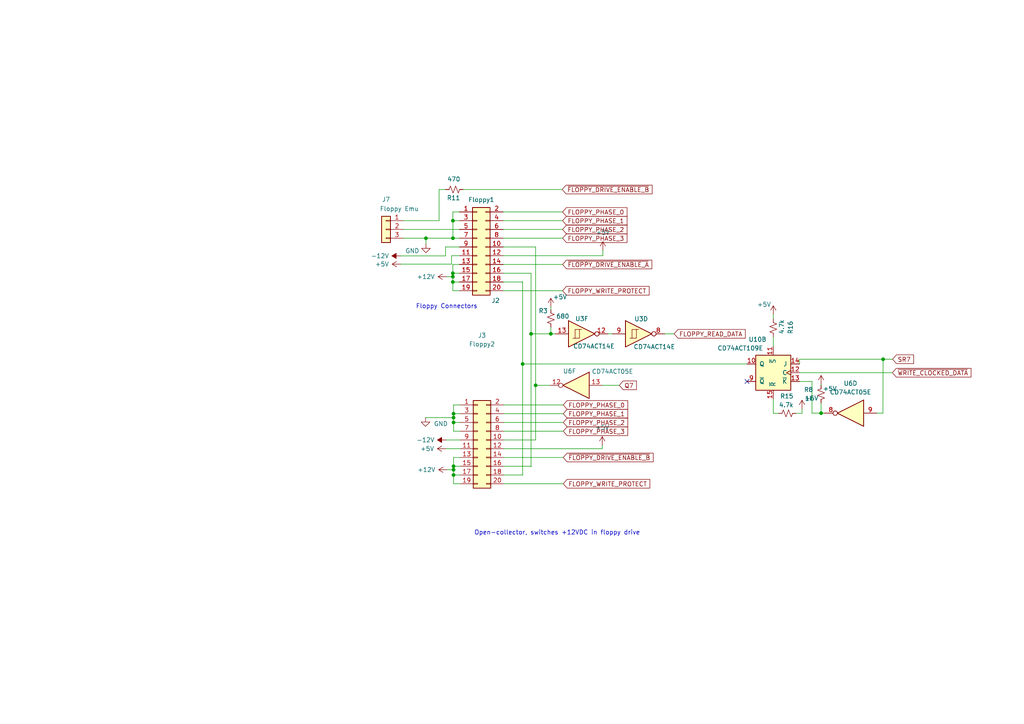
<source format=kicad_sch>
(kicad_sch (version 20230121) (generator eeschema)
  (paper "A4")
  (title_block (title "MicroSci Floppy Controller (floppy drive connectors)") (date "2023-08-25") (rev "0.3") (company "RyuCats"))
  (lib_symbols
    (symbol "74xx:74LS05" (pin_names (offset 1.016))
      (property "Reference" "U" (at 0 1.27 0))
      (property "Value" "74LS05" (at 0 -1.27 0))
      (symbol "74LS05_1_0"
        (polyline (pts (xy -3.81 3.81) (xy -3.81 -3.81) (xy 3.81 0) (xy -3.81 3.81)) (stroke (width 0.254)) (fill (type background)))
        (pin input line (at -7.62 0 0) (length 3.81) (name "~") (number "1"))
        (pin open_collector inverted (at 7.62 0 180) (length 3.81) (name "~") (number "2"))
      )
      (symbol "74LS05_2_0"
        (polyline (pts (xy -3.81 3.81) (xy -3.81 -3.81) (xy 3.81 0) (xy -3.81 3.81)) (stroke (width 0.254)) (fill (type background)))
        (pin input line (at -7.62 0 0) (length 3.81) (name "~") (number "3"))
        (pin open_collector inverted (at 7.62 0 180) (length 3.81) (name "~") (number "4"))
      )
      (symbol "74LS05_3_0"
        (polyline (pts (xy -3.81 3.81) (xy -3.81 -3.81) (xy 3.81 0) (xy -3.81 3.81)) (stroke (width 0.254)) (fill (type background)))
        (pin input line (at -7.62 0 0) (length 3.81) (name "~") (number "5"))
        (pin open_collector inverted (at 7.62 0 180) (length 3.81) (name "~") (number "6"))
      )
      (symbol "74LS05_4_0"
        (polyline (pts (xy -3.81 3.81) (xy -3.81 -3.81) (xy 3.81 0) (xy -3.81 3.81)) (stroke (width 0.254)) (fill (type background)))
        (pin open_collector inverted (at 7.62 0 180) (length 3.81) (name "~") (number "8"))
        (pin input line (at -7.62 0 0) (length 3.81) (name "~") (number "9"))
      )
      (symbol "74LS05_5_0"
        (polyline (pts (xy -3.81 3.81) (xy -3.81 -3.81) (xy 3.81 0) (xy -3.81 3.81)) (stroke (width 0.254)) (fill (type background)))
        (pin open_collector inverted (at 7.62 0 180) (length 3.81) (name "~") (number "10"))
        (pin input line (at -7.62 0 0) (length 3.81) (name "~") (number "11"))
      )
      (symbol "74LS05_6_0"
        (polyline (pts (xy -3.81 3.81) (xy -3.81 -3.81) (xy 3.81 0) (xy -3.81 3.81)) (stroke (width 0.254)) (fill (type background)))
        (pin open_collector inverted (at 7.62 0 180) (length 3.81) (name "~") (number "12"))
        (pin input line (at -7.62 0 0) (length 3.81) (name "~") (number "13"))
      )
      (symbol "74LS05_7_0"
        (pin power_in line (at 0 12.7 270) (length 5.08) (name "VCC") (number "14"))
        (pin power_in line (at 0 -12.7 90) (length 5.08) (name "GND") (number "7"))
      )
      (symbol "74LS05_7_1"
        (rectangle (start -5.08 7.62) (end 5.08 -7.62) (stroke (width 0.254)) (fill (type background)))
      )
    )
    (symbol "74xx:74LS109" (pin_names (offset 1.016))
      (property "Reference" "U" (at -7.62 8.89 0))
      (property "Value" "74LS109" (at -7.62 -8.89 0))
      (symbol "74LS109_1_0"
        (pin input line (at 0 -7.62 90) (length 2.54) (name "~{R}") (number "1"))
        (pin input line (at -7.62 2.54 0) (length 2.54) (name "J") (number "2"))
        (pin input line (at -7.62 -2.54 0) (length 2.54) (name "~{K}") (number "3"))
        (pin input clock (at -7.62 0 0) (length 2.54) (name "C") (number "4"))
        (pin input line (at 0 7.62 270) (length 2.54) (name "~{S}") (number "5"))
        (pin output line (at 7.62 2.54 180) (length 2.54) (name "Q") (number "6"))
        (pin output line (at 7.62 -2.54 180) (length 2.54) (name "~{Q}") (number "7"))
      )
      (symbol "74LS109_1_1"
        (rectangle (start -5.08 5.08) (end 5.08 -5.08) (stroke (width 0.254)) (fill (type background)))
      )
      (symbol "74LS109_2_0"
        (pin output line (at 7.62 2.54 180) (length 2.54) (name "Q") (number "10"))
        (pin input line (at 0 7.62 270) (length 2.54) (name "~{S}") (number "11"))
        (pin input clock (at -7.62 0 0) (length 2.54) (name "C") (number "12"))
        (pin input line (at -7.62 -2.54 0) (length 2.54) (name "~{K}") (number "13"))
        (pin input line (at -7.62 2.54 0) (length 2.54) (name "J") (number "14"))
        (pin input line (at 0 -7.62 90) (length 2.54) (name "~{R}") (number "15"))
        (pin output line (at 7.62 -2.54 180) (length 2.54) (name "~{Q}") (number "9"))
      )
      (symbol "74LS109_2_1"
        (rectangle (start -5.08 5.08) (end 5.08 -5.08) (stroke (width 0.254)) (fill (type background)))
      )
      (symbol "74LS109_3_0"
        (pin power_in line (at 0 10.16 270) (length 2.54) (name "VCC") (number "16"))
        (pin power_in line (at 0 -10.16 90) (length 2.54) (name "GND") (number "8"))
      )
      (symbol "74LS109_3_1"
        (rectangle (start -5.08 7.62) (end 5.08 -7.62) (stroke (width 0.254)) (fill (type background)))
      )
    )
    (symbol "74xx:74LS14" (pin_names (offset 1.016))
      (property "Reference" "U" (at 0 1.27 0))
      (property "Value" "74LS14" (at 0 -1.27 0))
      (symbol "74LS14_1_0"
        (polyline (pts (xy -3.81 3.81) (xy -3.81 -3.81) (xy 3.81 0) (xy -3.81 3.81)) (stroke (width 0.254)) (fill (type background)))
        (pin input line (at -7.62 0 0) (length 3.81) (name "~") (number "1"))
        (pin output inverted (at 7.62 0 180) (length 3.81) (name "~") (number "2"))
      )
      (symbol "74LS14_1_1"
        (polyline (pts (xy -1.905 -1.27) (xy -1.905 1.27) (xy -0.635 1.27)))
        (polyline (pts (xy -2.54 -1.27) (xy -0.635 -1.27) (xy -0.635 1.27) (xy 0 1.27)))
      )
      (symbol "74LS14_2_0"
        (polyline (pts (xy -3.81 3.81) (xy -3.81 -3.81) (xy 3.81 0) (xy -3.81 3.81)) (stroke (width 0.254)) (fill (type background)))
        (pin input line (at -7.62 0 0) (length 3.81) (name "~") (number "3"))
        (pin output inverted (at 7.62 0 180) (length 3.81) (name "~") (number "4"))
      )
      (symbol "74LS14_2_1"
        (polyline (pts (xy -1.905 -1.27) (xy -1.905 1.27) (xy -0.635 1.27)))
        (polyline (pts (xy -2.54 -1.27) (xy -0.635 -1.27) (xy -0.635 1.27) (xy 0 1.27)))
      )
      (symbol "74LS14_3_0"
        (polyline (pts (xy -3.81 3.81) (xy -3.81 -3.81) (xy 3.81 0) (xy -3.81 3.81)) (stroke (width 0.254)) (fill (type background)))
        (pin input line (at -7.62 0 0) (length 3.81) (name "~") (number "5"))
        (pin output inverted (at 7.62 0 180) (length 3.81) (name "~") (number "6"))
      )
      (symbol "74LS14_3_1"
        (polyline (pts (xy -1.905 -1.27) (xy -1.905 1.27) (xy -0.635 1.27)))
        (polyline (pts (xy -2.54 -1.27) (xy -0.635 -1.27) (xy -0.635 1.27) (xy 0 1.27)))
      )
      (symbol "74LS14_4_0"
        (polyline (pts (xy -3.81 3.81) (xy -3.81 -3.81) (xy 3.81 0) (xy -3.81 3.81)) (stroke (width 0.254)) (fill (type background)))
        (pin output inverted (at 7.62 0 180) (length 3.81) (name "~") (number "8"))
        (pin input line (at -7.62 0 0) (length 3.81) (name "~") (number "9"))
      )
      (symbol "74LS14_4_1"
        (polyline (pts (xy -1.905 -1.27) (xy -1.905 1.27) (xy -0.635 1.27)))
        (polyline (pts (xy -2.54 -1.27) (xy -0.635 -1.27) (xy -0.635 1.27) (xy 0 1.27)))
      )
      (symbol "74LS14_5_0"
        (polyline (pts (xy -3.81 3.81) (xy -3.81 -3.81) (xy 3.81 0) (xy -3.81 3.81)) (stroke (width 0.254)) (fill (type background)))
        (pin output inverted (at 7.62 0 180) (length 3.81) (name "~") (number "10"))
        (pin input line (at -7.62 0 0) (length 3.81) (name "~") (number "11"))
      )
      (symbol "74LS14_5_1"
        (polyline (pts (xy -1.905 -1.27) (xy -1.905 1.27) (xy -0.635 1.27)))
        (polyline (pts (xy -2.54 -1.27) (xy -0.635 -1.27) (xy -0.635 1.27) (xy 0 1.27)))
      )
      (symbol "74LS14_6_0"
        (polyline (pts (xy -3.81 3.81) (xy -3.81 -3.81) (xy 3.81 0) (xy -3.81 3.81)) (stroke (width 0.254)) (fill (type background)))
        (pin output inverted (at 7.62 0 180) (length 3.81) (name "~") (number "12"))
        (pin input line (at -7.62 0 0) (length 3.81) (name "~") (number "13"))
      )
      (symbol "74LS14_6_1"
        (polyline (pts (xy -1.905 -1.27) (xy -1.905 1.27) (xy -0.635 1.27)))
        (polyline (pts (xy -2.54 -1.27) (xy -0.635 -1.27) (xy -0.635 1.27) (xy 0 1.27)))
      )
      (symbol "74LS14_7_0"
        (pin power_in line (at 0 12.7 270) (length 5.08) (name "VCC") (number "14"))
        (pin power_in line (at 0 -12.7 90) (length 5.08) (name "GND") (number "7"))
      )
      (symbol "74LS14_7_1"
        (rectangle (start -5.08 7.62) (end 5.08 -7.62) (stroke (width 0.254)) (fill (type background)))
      )
    )
    (symbol "Connector_Generic:Conn_01x03" (pin_names (offset 1.016) hide)
      (property "Reference" "J" (at 0 5.08 0))
      (property "Value" "Conn_01x03" (at 0 -5.08 0))
      (symbol "Conn_01x03_1_1"
        (rectangle (start -1.27 -2.413) (end 0 -2.667) (stroke (width 0.1524)))
        (rectangle (start -1.27 0.127) (end 0 -0.127) (stroke (width 0.1524)))
        (rectangle (start -1.27 2.667) (end 0 2.413) (stroke (width 0.1524)))
        (rectangle (start -1.27 3.81) (end 1.27 -3.81) (stroke (width 0.254)) (fill (type background)))
        (pin passive line (at -5.08 2.54 0) (length 3.81) (name "Pin_1") (number "1"))
        (pin passive line (at -5.08 0 0) (length 3.81) (name "Pin_2") (number "2"))
        (pin passive line (at -5.08 -2.54 0) (length 3.81) (name "Pin_3") (number "3"))
      )
    )
    (symbol "Connector_Generic:Conn_02x10_Odd_Even" (pin_names (offset 1.016) hide)
      (property "Reference" "J" (at 1.27 12.7 0))
      (property "Value" "Conn_02x10_Odd_Even" (at 1.27 -15.24 0))
      (symbol "Conn_02x10_Odd_Even_1_1"
        (rectangle (start -1.27 -12.573) (end 0 -12.827) (stroke (width 0.1524)))
        (rectangle (start -1.27 -10.033) (end 0 -10.287) (stroke (width 0.1524)))
        (rectangle (start -1.27 -7.493) (end 0 -7.747) (stroke (width 0.1524)))
        (rectangle (start -1.27 -4.953) (end 0 -5.207) (stroke (width 0.1524)))
        (rectangle (start -1.27 -2.413) (end 0 -2.667) (stroke (width 0.1524)))
        (rectangle (start -1.27 0.127) (end 0 -0.127) (stroke (width 0.1524)))
        (rectangle (start -1.27 2.667) (end 0 2.413) (stroke (width 0.1524)))
        (rectangle (start -1.27 5.207) (end 0 4.953) (stroke (width 0.1524)))
        (rectangle (start -1.27 7.747) (end 0 7.493) (stroke (width 0.1524)))
        (rectangle (start -1.27 10.287) (end 0 10.033) (stroke (width 0.1524)))
        (rectangle (start -1.27 11.43) (end 3.81 -13.97) (stroke (width 0.254)) (fill (type background)))
        (rectangle (start 3.81 -12.573) (end 2.54 -12.827) (stroke (width 0.1524)))
        (rectangle (start 3.81 -10.033) (end 2.54 -10.287) (stroke (width 0.1524)))
        (rectangle (start 3.81 -7.493) (end 2.54 -7.747) (stroke (width 0.1524)))
        (rectangle (start 3.81 -4.953) (end 2.54 -5.207) (stroke (width 0.1524)))
        (rectangle (start 3.81 -2.413) (end 2.54 -2.667) (stroke (width 0.1524)))
        (rectangle (start 3.81 0.127) (end 2.54 -0.127) (stroke (width 0.1524)))
        (rectangle (start 3.81 2.667) (end 2.54 2.413) (stroke (width 0.1524)))
        (rectangle (start 3.81 5.207) (end 2.54 4.953) (stroke (width 0.1524)))
        (rectangle (start 3.81 7.747) (end 2.54 7.493) (stroke (width 0.1524)))
        (rectangle (start 3.81 10.287) (end 2.54 10.033) (stroke (width 0.1524)))
        (pin passive line (at -5.08 10.16 0) (length 3.81) (name "Pin_1") (number "1"))
        (pin passive line (at 7.62 0 180) (length 3.81) (name "Pin_10") (number "10"))
        (pin passive line (at -5.08 -2.54 0) (length 3.81) (name "Pin_11") (number "11"))
        (pin passive line (at 7.62 -2.54 180) (length 3.81) (name "Pin_12") (number "12"))
        (pin passive line (at -5.08 -5.08 0) (length 3.81) (name "Pin_13") (number "13"))
        (pin passive line (at 7.62 -5.08 180) (length 3.81) (name "Pin_14") (number "14"))
        (pin passive line (at -5.08 -7.62 0) (length 3.81) (name "Pin_15") (number "15"))
        (pin passive line (at 7.62 -7.62 180) (length 3.81) (name "Pin_16") (number "16"))
        (pin passive line (at -5.08 -10.16 0) (length 3.81) (name "Pin_17") (number "17"))
        (pin passive line (at 7.62 -10.16 180) (length 3.81) (name "Pin_18") (number "18"))
        (pin passive line (at -5.08 -12.7 0) (length 3.81) (name "Pin_19") (number "19"))
        (pin passive line (at 7.62 10.16 180) (length 3.81) (name "Pin_2") (number "2"))
        (pin passive line (at 7.62 -12.7 180) (length 3.81) (name "Pin_20") (number "20"))
        (pin passive line (at -5.08 7.62 0) (length 3.81) (name "Pin_3") (number "3"))
        (pin passive line (at 7.62 7.62 180) (length 3.81) (name "Pin_4") (number "4"))
        (pin passive line (at -5.08 5.08 0) (length 3.81) (name "Pin_5") (number "5"))
        (pin passive line (at 7.62 5.08 180) (length 3.81) (name "Pin_6") (number "6"))
        (pin passive line (at -5.08 2.54 0) (length 3.81) (name "Pin_7") (number "7"))
        (pin passive line (at 7.62 2.54 180) (length 3.81) (name "Pin_8") (number "8"))
        (pin passive line (at -5.08 0 0) (length 3.81) (name "Pin_9") (number "9"))
      )
    )
    (symbol "Device:R_Small_US" (pin_numbers hide) (pin_names (offset 0.254) hide)
      (property "Reference" "R" (at 0.762 0.508 0))
      (property "Value" "R_Small_US" (at 0.762 -1.016 0))
      (symbol "R_Small_US_1_1"
        (polyline (pts (xy 0 0) (xy 1.016 -0.381) (xy 0 -0.762) (xy -1.016 -1.143) (xy 0 -1.524)))
        (polyline (pts (xy 0 1.524) (xy 1.016 1.143) (xy 0 0.762) (xy -1.016 0.381) (xy 0 0)))
        (pin passive line (at 0 2.54 270) (length 1.016) (name "~") (number "1"))
        (pin passive line (at 0 -2.54 90) (length 1.016) (name "~") (number "2"))
      )
    )
    (symbol "power:+12V" (power) (pin_names (offset 0))
      (property "Value" "+12V" (at 0 3.556 0))
      (symbol "+12V_0_1"
        (polyline (pts (xy -0.762 1.27) (xy 0 2.54)))
        (polyline (pts (xy 0 0) (xy 0 2.54)))
        (polyline (pts (xy 0 2.54) (xy 0.762 1.27)))
      )
      (symbol "+12V_1_1"
        (pin power_in line (at 0 0 90) (length 0) hide (name "+12V") (number "1"))
      )
    )
    (symbol "power:+5V" (power) (pin_names (offset 0))
      (property "Value" "+5V" (at 0 3.556 0))
      (symbol "+5V_0_1"
        (polyline (pts (xy -0.762 1.27) (xy 0 2.54)))
        (polyline (pts (xy 0 0) (xy 0 2.54)))
        (polyline (pts (xy 0 2.54) (xy 0.762 1.27)))
      )
      (symbol "+5V_1_1"
        (pin power_in line (at 0 0 90) (length 0) hide (name "+5V") (number "1"))
      )
    )
    (symbol "power:-12V" (power) (pin_names (offset 0))
      (property "Value" "-12V" (at 0 3.81 0))
      (symbol "-12V_0_0"
        (pin power_in line (at 0 0 90) (length 0) hide (name "-12V") (number "1"))
      )
      (symbol "-12V_0_1"
        (polyline (pts (xy 0 0) (xy 0 1.27) (xy 0.762 1.27) (xy 0 2.54) (xy -0.762 1.27) (xy 0 1.27)) (fill (type outline)))
      )
    )
    (symbol "power:GND" (power) (pin_names (offset 0))
      (property "Value" "GND" (at 0 -3.81 0))
      (symbol "GND_0_1"
        (polyline (pts (xy 0 0) (xy 0 -1.27) (xy 1.27 -1.27) (xy 0 -2.54) (xy -1.27 -1.27) (xy 0 -1.27)))
      )
      (symbol "GND_1_1"
        (pin power_in line (at 0 0 270) (length 0) hide (name "GND") (number "1"))
      )
    )
  )
  (junction (at 131.3688 64.008))
  (junction (at 131.3434 81.788))
  (junction (at 131.5466 119.9896))
  (junction (at 131.3434 79.248))
  (junction (at 131.5466 122.5296))
  (junction (at 131.5466 121.1326))
  (junction (at 155.3464 111.76))
  (junction (at 131.5466 137.7696))
  (junction (at 131.5466 136.2456))
  (junction (at 151.5872 105.5624))
  (junction (at 131.5466 135.2296))
  (junction (at 131.3434 80.264))
  (junction (at 238.1504 119.8372))
  (junction (at 131.3688 69.088))
  (junction (at 159.766 96.8248))
  (junction (at 256.1336 104.1908))
  (junction (at 123.5456 69.088))
  (junction (at 154.0256 96.8248))
  (no_connect (at 216.662 110.6424))
  (wire (pts (xy 145.9484 66.548) (xy 163.1696 66.548)))
  (wire (pts (xy 131.3434 61.468) (xy 131.3434 64.008)))
  (wire (pts (xy 131.5466 125.0696) (xy 133.4516 125.0696)))
  (wire (pts (xy 123.4186 121.1326) (xy 131.5466 121.1326)))
  (wire (pts (xy 159.766 89.0524) (xy 159.766 89.8144)))
  (wire (pts (xy 154.0256 79.248) (xy 154.0256 96.8248)))
  (wire (pts (xy 155.3464 111.76) (xy 155.3464 127.6096)))
  (wire (pts (xy 146.1516 117.4496) (xy 163.3728 117.4496)))
  (wire (pts (xy 129.3876 130.1496) (xy 133.4516 130.1496)))
  (wire (pts (xy 131.5466 122.5296) (xy 133.4516 122.5296)))
  (wire (pts (xy 151.5364 81.788) (xy 145.9484 81.788)))
  (wire (pts (xy 235.5088 119.8372) (xy 235.5088 110.6424)))
  (wire (pts (xy 151.5872 105.5624) (xy 151.5872 137.7696)))
  (wire (pts (xy 176.3268 96.8248) (xy 177.5968 96.8248)))
  (wire (pts (xy 131.3434 81.788) (xy 131.3434 84.328)))
  (wire (pts (xy 131.3434 80.264) (xy 131.3434 81.788)))
  (wire (pts (xy 145.9484 64.008) (xy 163.1696 64.008)))
  (wire (pts (xy 174.6758 129.1844) (xy 174.6758 130.1496)))
  (wire (pts (xy 116.2812 76.6064) (xy 130.9624 76.6064)))
  (wire (pts (xy 154.0256 96.8248) (xy 154.0256 135.3312)))
  (wire (pts (xy 145.9484 69.088) (xy 163.1696 69.088)))
  (wire (pts (xy 224.282 97.6376) (xy 224.282 100.4824)))
  (wire (pts (xy 146.1516 132.6896) (xy 163.3728 132.6896)))
  (wire (pts (xy 130.9624 76.6064) (xy 130.9624 74.168)))
  (wire (pts (xy 146.1516 130.1496) (xy 174.6758 130.1496)))
  (wire (pts (xy 129.2352 74.2188) (xy 129.2352 71.628)))
  (wire (pts (xy 133.4516 132.6896) (xy 131.5466 132.6896)))
  (wire (pts (xy 155.3464 71.628) (xy 155.3464 111.76)))
  (wire (pts (xy 130.9624 74.168) (xy 133.2484 74.168)))
  (wire (pts (xy 224.282 119.888) (xy 225.806 119.888)))
  (wire (pts (xy 239.0648 119.8372) (xy 238.1504 119.8372)))
  (wire (pts (xy 131.5466 117.4496) (xy 131.5466 119.9896)))
  (wire (pts (xy 131.5466 137.7696) (xy 133.4516 137.7696)))
  (wire (pts (xy 224.282 115.7224) (xy 224.282 119.888)))
  (wire (pts (xy 145.9484 84.328) (xy 163.1696 84.328)))
  (wire (pts (xy 117.0432 66.548) (xy 133.2484 66.548)))
  (wire (pts (xy 238.1504 119.8372) (xy 235.5088 119.8372)))
  (wire (pts (xy 131.5466 140.3096) (xy 133.4516 140.3096)))
  (wire (pts (xy 145.9484 76.708) (xy 163.1696 76.708)))
  (wire (pts (xy 131.3434 79.248) (xy 131.3434 80.264)))
  (wire (pts (xy 146.1516 135.2296) (xy 154.0764 135.2296)))
  (wire (pts (xy 131.3434 81.788) (xy 133.2484 81.788)))
  (wire (pts (xy 131.3688 69.088) (xy 133.2484 69.088)))
  (wire (pts (xy 131.5466 122.5296) (xy 131.5466 125.0696)))
  (wire (pts (xy 151.5872 105.5624) (xy 216.662 105.5624)))
  (wire (pts (xy 131.3434 64.008) (xy 131.3688 64.008)))
  (wire (pts (xy 146.1516 137.7696) (xy 151.5872 137.7696)))
  (wire (pts (xy 195.5292 96.8248) (xy 192.8368 96.8248)))
  (wire (pts (xy 131.5466 132.6896) (xy 131.5466 135.2296)))
  (wire (pts (xy 151.5364 81.7372) (xy 151.5872 81.7372)))
  (wire (pts (xy 179.6288 111.76) (xy 174.7012 111.76)))
  (wire (pts (xy 131.3434 84.328) (xy 133.2484 84.328)))
  (wire (pts (xy 117.0432 64.008) (xy 127.3556 64.008)))
  (wire (pts (xy 159.766 94.8944) (xy 159.766 96.8248)))
  (wire (pts (xy 131.3688 64.008) (xy 131.3688 69.088)))
  (wire (pts (xy 155.3464 111.76) (xy 159.4612 111.76)))
  (wire (pts (xy 131.5466 121.1326) (xy 131.5466 122.5296)))
  (wire (pts (xy 129.2352 71.628) (xy 133.2484 71.628)))
  (wire (pts (xy 254.3048 119.8372) (xy 256.0828 119.8372)))
  (wire (pts (xy 145.9484 61.468) (xy 163.1696 61.468)))
  (wire (pts (xy 127.3556 54.9656) (xy 129.2352 54.9656)))
  (wire (pts (xy 133.2484 61.468) (xy 131.3434 61.468)))
  (wire (pts (xy 134.3152 54.9656) (xy 163.068 54.9656)))
  (wire (pts (xy 116.1796 74.2188) (xy 129.2352 74.2188)))
  (wire (pts (xy 154.0256 96.8248) (xy 159.766 96.8248)))
  (wire (pts (xy 238.1504 116.84) (xy 238.1504 119.8372)))
  (wire (pts (xy 224.282 91.2368) (xy 224.282 92.5576)))
  (wire (pts (xy 131.5466 119.9896) (xy 133.4516 119.9896)))
  (wire (pts (xy 131.5466 137.7696) (xy 131.5466 140.3096)))
  (wire (pts (xy 256.1336 104.1908) (xy 231.902 104.1908)))
  (wire (pts (xy 154.0256 135.3312) (xy 154.0764 135.3312)))
  (wire (pts (xy 174.8536 72.644) (xy 174.8536 74.168)))
  (wire (pts (xy 123.5456 69.088) (xy 123.5456 70.7644)))
  (wire (pts (xy 145.9484 71.628) (xy 155.3464 71.628)))
  (wire (pts (xy 231.902 108.1024) (xy 258.826 108.1024)))
  (wire (pts (xy 146.1516 122.5296) (xy 163.3728 122.5296)))
  (wire (pts (xy 131.3434 76.708) (xy 131.3434 79.248)))
  (wire (pts (xy 151.5364 81.7372) (xy 151.5364 81.788)))
  (wire (pts (xy 131.5466 119.9896) (xy 131.5466 121.1326)))
  (wire (pts (xy 146.1516 127.6096) (xy 155.3464 127.6096)))
  (wire (pts (xy 131.3434 79.248) (xy 133.2484 79.248)))
  (wire (pts (xy 145.9484 74.168) (xy 174.8536 74.168)))
  (wire (pts (xy 238.1504 111.4552) (xy 238.1504 111.76)))
  (wire (pts (xy 145.9484 79.248) (xy 154.0256 79.248)))
  (wire (pts (xy 131.3688 64.008) (xy 133.2484 64.008)))
  (wire (pts (xy 131.5466 135.2296) (xy 133.4516 135.2296)))
  (wire (pts (xy 151.5872 81.7372) (xy 151.5872 105.5624)))
  (wire (pts (xy 131.5466 135.2296) (xy 131.5466 136.2456)))
  (wire (pts (xy 127.3556 64.008) (xy 127.3556 54.9656)))
  (wire (pts (xy 258.8768 104.1908) (xy 256.1336 104.1908)))
  (wire (pts (xy 146.1516 119.9896) (xy 163.3728 119.9896)))
  (wire (pts (xy 231.902 104.1908) (xy 231.902 105.5624)))
  (wire (pts (xy 123.5456 69.088) (xy 131.3688 69.088)))
  (wire (pts (xy 117.0432 69.088) (xy 123.5456 69.088)))
  (wire (pts (xy 133.2484 76.708) (xy 131.3434 76.708)))
  (wire (pts (xy 129.7686 136.2456) (xy 131.5466 136.2456)))
  (wire (pts (xy 235.5088 110.6424) (xy 231.902 110.6424)))
  (wire (pts (xy 146.1516 140.3096) (xy 163.3728 140.3096)))
  (wire (pts (xy 161.0868 96.8248) (xy 159.766 96.8248)))
  (wire (pts (xy 131.5466 136.2456) (xy 131.5466 137.7696)))
  (wire (pts (xy 232.6132 119.888) (xy 232.6132 118.618)))
  (wire (pts (xy 154.0764 135.3312) (xy 154.0764 135.2296)))
  (wire (pts (xy 133.4516 117.4496) (xy 131.5466 117.4496)))
  (wire (pts (xy 129.5908 80.264) (xy 131.3434 80.264)))
  (wire (pts (xy 256.1336 104.1908) (xy 256.0828 119.8372)))
  (wire (pts (xy 129.3876 127.6096) (xy 133.4516 127.6096)))
  (wire (pts (xy 230.886 119.888) (xy 232.6132 119.888)))
  (wire (pts (xy 146.1516 125.0696) (xy 163.3728 125.0696)))
  (text "Open-collector, switches +12VDC in floppy drive" (at 185.674 155.3464 0) (effects (font (size 1.27 1.27)) (justify right bottom)))
  (text "Floppy Connectors" (at 120.5992 89.7128 0) (effects (font (size 1.27 1.27)) (justify left bottom)))
  (global_label "~{FLOPPY_DRIVE_ENABLE_B}" (shape input) (at 163.3728 132.6896 0) (property "Intersheetrefs" "${INTERSHEET_REFS}" (effects hide)))
  (global_label "FLOPPY_WRITE_PROTECT" (shape input) (at 163.1696 84.328 0) (property "Intersheetrefs" "${INTERSHEET_REFS}" (effects hide)))
  (global_label "FLOPPY_WRITE_PROTECT" (shape input) (at 163.3728 140.3096 0) (property "Intersheetrefs" "${INTERSHEET_REFS}" (effects hide)))
  (global_label "FLOPPY_PHASE_2" (shape input) (at 163.1696 66.548 0) (property "Intersheetrefs" "${INTERSHEET_REFS}" (effects hide)))
  (global_label "FLOPPY_PHASE_0" (shape input) (at 163.3728 117.4496 0) (property "Intersheetrefs" "${INTERSHEET_REFS}" (effects hide)))
  (global_label "SR7" (shape input) (at 258.8768 104.1908 0) (property "Intersheetrefs" "${INTERSHEET_REFS}" (effects hide)))
  (global_label "~{FLOPPY_DRIVE_ENABLE_B}" (shape input) (at 163.068 54.9656 0) (property "Intersheetrefs" "${INTERSHEET_REFS}" (effects hide)))
  (global_label "Q7" (shape input) (at 179.6288 111.76 0) (property "Intersheetrefs" "${INTERSHEET_REFS}" (effects hide)))
  (global_label "~{WRITE_CLOCKED_DATA}" (shape input) (at 258.826 108.1024 0) (property "Intersheetrefs" "${INTERSHEET_REFS}" (effects hide)))
  (global_label "FLOPPY_PHASE_3" (shape input) (at 163.1696 69.088 0) (property "Intersheetrefs" "${INTERSHEET_REFS}" (effects hide)))
  (global_label "FLOPPY_PHASE_2" (shape input) (at 163.3728 122.5296 0) (property "Intersheetrefs" "${INTERSHEET_REFS}" (effects hide)))
  (global_label "FLOPPY_PHASE_3" (shape input) (at 163.3728 125.0696 0) (property "Intersheetrefs" "${INTERSHEET_REFS}" (effects hide)))
  (global_label "FLOPPY_PHASE_0" (shape input) (at 163.1696 61.468 0) (property "Intersheetrefs" "${INTERSHEET_REFS}" (effects hide)))
  (global_label "~{FLOPPY_DRIVE_ENABLE_A}" (shape input) (at 163.1696 76.708 0) (property "Intersheetrefs" "${INTERSHEET_REFS}" (effects hide)))
  (global_label "FLOPPY_PHASE_1" (shape input) (at 163.3728 119.9896 0) (property "Intersheetrefs" "${INTERSHEET_REFS}" (effects hide)))
  (global_label "FLOPPY_READ_DATA" (shape input) (at 195.5292 96.8248 0) (property "Intersheetrefs" "${INTERSHEET_REFS}" (effects hide)))
  (global_label "FLOPPY_PHASE_1" (shape input) (at 163.1696 64.008 0) (property "Intersheetrefs" "${INTERSHEET_REFS}" (effects hide)))
  (symbol (lib_id "Connector_Generic:Conn_01x03") (at 111.9632 66.548 0) (mirror y) (unit 1)
    (property "Reference" "J7" (at 111.9632 57.8612 0))
    (property "Value" "Floppy Emu" (at 115.824 60.5536 0))
    (property "Footprint" "Connector_PinHeader_2.54mm:PinHeader_1x03_P2.54mm_Vertical" (effects hide))
  )
  (symbol (lib_id "power:+5V") (at 116.2812 76.6064 90) (unit 1)
    (property "Reference" "#PWR019" (effects hide))
    (property "Value" "+5V" (at 112.8522 76.6064 90) (effects (justify left)))
    (instances (project "MicroSci Floppy Controller" (path "" (reference "#PWR019") (unit 1)) (path "" (reference "#PWR023") (unit 1)) (path "" (reference "#PWR019") (unit 1))) (project "Sequential Systems Q-Print" (path "" (reference "#PWR09") (unit 1))))
  )
  (symbol (lib_id "power:+12V") (at 129.7686 136.2456 90) (unit 1)
    (property "Reference" "#PWR024" (effects hide))
    (property "Value" "+12V" (at 126.3396 136.2456 90) (effects (justify left)))
    (instances (project "MicroSci Floppy Controller" (path "" (reference "#PWR024") (unit 1)) (path "" (reference "#PWR026") (unit 1)) (path "" (reference "#PWR026") (unit 1))))
  )
  (symbol (lib_id "74xx:74LS05") (at 167.0812 111.76 0) (mirror y) (unit 6)
    (property "Reference" "U6" (at 165.2016 107.6452 0))
    (property "Value" "CD74ACT05E" (at 177.6476 107.7468 0))
    (property "Footprint" "Package_DIP:DIP-14_W7.62mm" (effects hide))
    (property "Datasheet" "http://www.ti.com/lit/gpn/sn74LS05" (effects hide))
  )
  (symbol (lib_id "74xx:74LS05") (at 246.6848 119.8372 0) (mirror y) (unit 4)
    (property "Reference" "U6" (at 246.6848 111.2012 0))
    (property "Value" "CD74ACT05E" (at 246.6848 113.7412 0))
    (property "Footprint" "Package_DIP:DIP-14_W7.62mm" (effects hide))
    (property "Datasheet" "http://www.ti.com/lit/gpn/sn74LS05" (effects hide))
  )
  (symbol (lib_id "power:+5V") (at 238.1504 111.4552 0) (mirror y) (unit 1)
    (property "Reference" "#PWR08" (effects hide))
    (property "Value" "+5V" (at 240.6904 112.7252 0))
    (instances (project "MicroSci Floppy Controller" (path "" (reference "#PWR08") (unit 1)) (path "" (reference "#PWR035") (unit 1))) (project "Sequential Systems Q-Print" (path "" (reference "#PWR09") (unit 1))))
  )
  (symbol (lib_id "Connector_Generic:Conn_02x10_Odd_Even") (at 138.3284 71.628 0) (unit 1)
    (property "Reference" "J2" (at 143.764 87.1728 0))
    (property "Value" "Floppy1" (at 139.5984 57.912 0))
    (property "Footprint" "Connector_PinHeader_2.54mm:PinHeader_2x10_P2.54mm_Horizontal" (effects hide))
  )
  (symbol (lib_id "Device:R_Small_US") (at 159.766 92.3544 0) (unit 1)
    (property "Reference" "R3" (at 156.21 90.17 0) (effects (justify left)))
    (property "Value" "680" (at 161.29 91.7448 0) (effects (justify left)))
    (property "Footprint" "Resistor_THT:R_Axial_DIN0207_L6.3mm_D2.5mm_P7.62mm_Horizontal" (effects hide))
  )
  (symbol (lib_id "Connector_Generic:Conn_02x10_Odd_Even") (at 138.5316 127.6096 0) (unit 1)
    (property "Reference" "J3" (at 139.8016 97.282 0))
    (property "Value" "Floppy2" (at 139.8016 99.822 0))
    (property "Footprint" "Connector_PinHeader_2.54mm:PinHeader_2x10_P2.54mm_Horizontal" (effects hide))
  )
  (symbol (lib_id "74xx:74LS14") (at 168.7068 96.8248 0) (unit 6)
    (property "Reference" "U3" (at 166.8272 92.456 0) (effects (justify left)))
    (property "Value" "CD74ACT14E" (at 166.2176 100.4316 0) (effects (justify left)))
    (property "Footprint" "Package_DIP:DIP-14_W7.62mm" (effects hide))
    (property "Datasheet" "http://www.ti.com/lit/gpn/sn74LS14" (effects hide))
  )
  (symbol (lib_id "power:+5V") (at 159.766 89.0524 0) (unit 1)
    (property "Reference" "#PWR016" (effects hide))
    (property "Value" "+5V" (at 162.433 86.1314 0))
    (instances (project "MicroSci Floppy Controller" (path "" (reference "#PWR016") (unit 1)) (path "" (reference "#PWR016") (unit 1)) (path "" (reference "#PWR021") (unit 1))))
  )
  (symbol (lib_id "power:GND") (at 123.4186 121.1326 0) (unit 1)
    (property "Reference" "#PWR017" (effects hide))
    (property "Value" "GND" (at 127.8636 122.9106 0))
    (instances (project "MicroSci Floppy Controller" (path "" (reference "#PWR017") (unit 1)) (path "" (reference "#PWR018") (unit 1)) (path "" (reference "#PWR022") (unit 1))))
  )
  (symbol (lib_id "Device:R_Small_US") (at 131.7752 54.9656 90) (unit 1)
    (property "Reference" "R11" (at 133.5024 57.404 90) (effects (justify left)))
    (property "Value" "470" (at 133.5532 51.9684 90) (effects (justify left)))
    (property "Footprint" "Resistor_THT:R_Axial_DIN0207_L6.3mm_D2.5mm_P7.62mm_Horizontal" (effects hide))
  )
  (symbol (lib_id "power:-12V") (at 129.3876 127.6096 90) (unit 1)
    (property "Reference" "#PWR022" (effects hide))
    (property "Value" "-12V" (at 123.4186 127.6096 90))
    (instances (project "MicroSci Floppy Controller" (path "" (reference "#PWR022") (unit 1)) (path "" (reference "#PWR020") (unit 1)) (path "" (reference "#PWR023") (unit 1))))
  )
  (symbol (lib_id "74xx:74LS14") (at 185.2168 96.8248 0) (unit 4)
    (property "Reference" "U3" (at 183.9468 92.5068 0) (effects (justify left)))
    (property "Value" "CD74ACT14E" (at 183.7436 100.584 0) (effects (justify left)))
    (property "Footprint" "Package_DIP:DIP-14_W7.62mm" (effects hide))
    (property "Datasheet" "http://www.ti.com/lit/gpn/sn74LS14" (effects hide))
  )
  (symbol (lib_id "Device:R_Small_US") (at 228.346 119.888 270) (unit 1)
    (property "Reference" "R15" (at 230.1748 114.9096 90) (effects (justify right)))
    (property "Value" "4.7k" (at 230.1748 117.4496 90) (effects (justify right)))
    (property "Footprint" "Resistor_THT:R_Axial_DIN0207_L6.3mm_D2.5mm_P7.62mm_Horizontal" (effects hide))
  )
  (symbol (lib_id "power:+5V") (at 129.3876 130.1496 90) (unit 1)
    (property "Reference" "#PWR023" (effects hide))
    (property "Value" "+5V" (at 125.9586 130.1496 90) (effects (justify left)))
    (instances (project "MicroSci Floppy Controller" (path "" (reference "#PWR023") (unit 1)) (path "" (reference "#PWR024") (unit 1)) (path "" (reference "#PWR025") (unit 1))) (project "Sequential Systems Q-Print" (path "" (reference "#PWR09") (unit 1))))
  )
  (symbol (lib_id "power:+5V") (at 232.6132 118.618 0) (mirror y) (unit 1)
    (property "Reference" "#PWR036" (effects hide))
    (property "Value" "+5V" (at 235.3564 115.5192 0))
  )
  (symbol (lib_id "power:-12V") (at 116.1796 74.2188 90) (unit 1)
    (property "Reference" "#PWR018" (effects hide))
    (property "Value" "-12V" (at 110.2106 74.2188 90))
    (instances (project "MicroSci Floppy Controller" (path "" (reference "#PWR018") (unit 1)) (path "" (reference "#PWR019") (unit 1)) (path "" (reference "#PWR018") (unit 1))))
  )
  (symbol (lib_id "power:+5V") (at 174.8536 72.644 0) (unit 1)
    (property "Reference" "#PWR025" (effects hide))
    (property "Value" "+5V" (at 174.8536 67.437 0))
    (instances (project "MicroSci Floppy Controller" (path "" (reference "#PWR025") (unit 1)) (path "" (reference "#PWR021") (unit 1)) (path "" (reference "#PWR017") (unit 1))) (project "Sequential Systems Q-Print" (path "" (reference "#PWR09") (unit 1))))
  )
  (symbol (lib_id "power:+12V") (at 129.5908 80.264 90) (unit 1)
    (property "Reference" "#PWR020" (effects hide))
    (property "Value" "+12V" (at 126.1618 80.264 90) (effects (justify left)))
    (instances (project "MicroSci Floppy Controller" (path "" (reference "#PWR020") (unit 1)) (path "" (reference "#PWR025") (unit 1)) (path "" (reference "#PWR020") (unit 1))))
  )
  (symbol (lib_id "power:+5V") (at 224.282 91.2368 0) (mirror y) (unit 1)
    (property "Reference" "#PWR035" (effects hide))
    (property "Value" "+5V" (at 221.615 88.3158 0))
    (instances (project "MicroSci Floppy Controller" (path "" (reference "#PWR035") (unit 1)) (path "" (reference "#PWR08") (unit 1))))
  )
  (symbol (lib_id "Device:R_Small_US") (at 238.1504 114.3 0) (mirror y) (unit 1)
    (property "Reference" "R8" (at 235.8644 113.03 0) (effects (justify left)))
    (property "Value" "1k" (at 235.8644 115.57 0) (effects (justify left)))
    (property "Footprint" "Resistor_THT:R_Axial_DIN0207_L6.3mm_D2.5mm_P7.62mm_Horizontal" (effects hide))
  )
  (symbol (lib_id "power:GND") (at 123.5456 70.7644 0) (unit 1)
    (property "Reference" "#PWR021" (effects hide))
    (property "Value" "GND" (at 119.5832 72.7456 0))
    (instances (project "MicroSci Floppy Controller" (path "" (reference "#PWR021") (unit 1)) (path "" (reference "#PWR017") (unit 1)) (path "" (reference "#PWR016") (unit 1))))
  )
  (symbol (lib_id "Device:R_Small_US") (at 224.282 95.0976 180) (unit 1)
    (property "Reference" "R16" (at 229.2604 96.9264 90) (effects (justify right)))
    (property "Value" "4.7k" (at 226.7204 96.9264 90) (effects (justify right)))
    (property "Footprint" "Resistor_THT:R_Axial_DIN0207_L6.3mm_D2.5mm_P7.62mm_Horizontal" (effects hide))
  )
  (symbol (lib_id "74xx:74LS109") (at 224.282 108.1024 0) (mirror y) (unit 2)
    (property "Reference" "U10" (at 222.3261 98.4504 0) (effects (justify left)))
    (property "Value" "CD74ACT109E " (at 222.3261 100.9904 0) (effects (justify left)))
    (property "Footprint" "Package_DIP:DIP-16_W7.62mm" (effects hide))
    (property "Datasheet" "http://www.ti.com/lit/gpn/sn74LS109" (effects hide))
  )
  (symbol (lib_id "power:+5V") (at 174.6758 129.1844 0) (unit 1)
    (property "Reference" "#PWR026" (effects hide))
    (property "Value" "+5V" (at 174.6758 123.9774 0))
    (instances (project "MicroSci Floppy Controller" (path "" (reference "#PWR026") (unit 1)) (path "" (reference "#PWR022") (unit 1)) (path "" (reference "#PWR024") (unit 1))) (project "Sequential Systems Q-Print" (path "" (reference "#PWR09") (unit 1))))
  )
)
</source>
